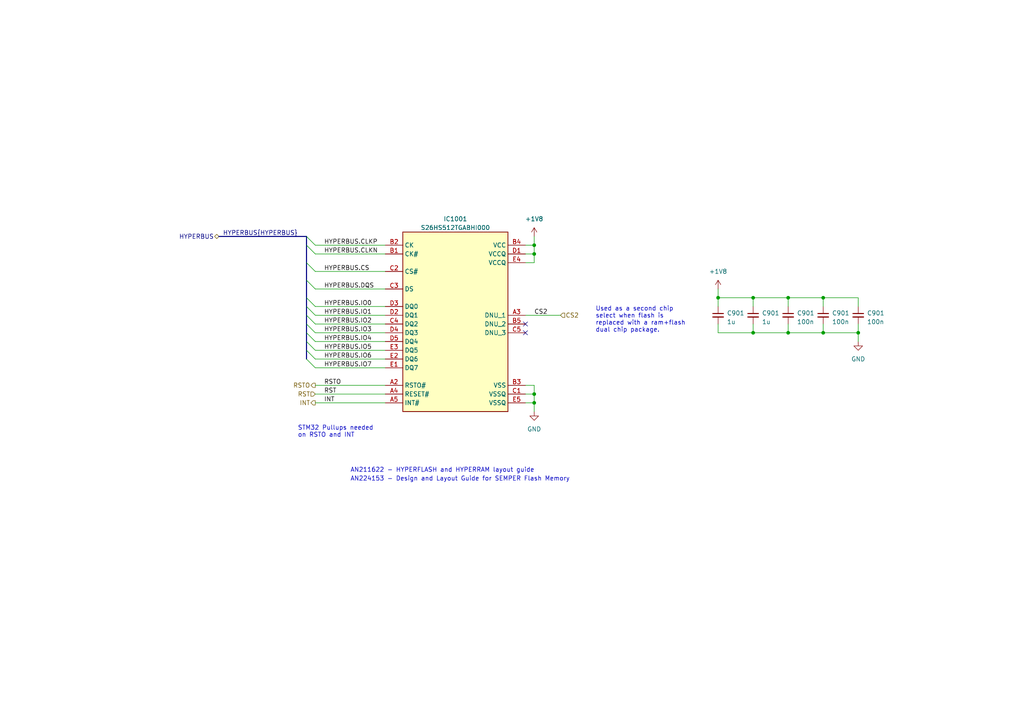
<source format=kicad_sch>
(kicad_sch (version 20230121) (generator eeschema)
  (paper "A4")
  (title_block (title "Watch Flash") (date "2023-12-21") (rev "1") (comment 1 "Checked by Ben Smith on 21/12/23"))
  (lib_symbols
    (symbol "Device:C_Small" (pin_numbers hide) (pin_names (offset 0.254) hide)
      (property "Reference" "C" (at 0.254 1.778 0))
      (property "Value" "C_Small" (at 0.254 -2.032 0))
      (symbol "C_Small_0_1"
        (polyline (pts (xy -1.524 -0.508) (xy 1.524 -0.508)) (stroke (width 0.3302)))
        (polyline (pts (xy -1.524 0.508) (xy 1.524 0.508)) (stroke (width 0.3048)))
      )
      (symbol "C_Small_1_1"
        (pin passive line (at 0 2.54 270) (length 2.032) (name "~") (number "1"))
        (pin passive line (at 0 -2.54 90) (length 2.032) (name "~") (number "2"))
      )
    )
    (symbol "S26HS512TGABHI000:S26HS512TGABHI000"
      (property "Reference" "IC" (at 0 31.75 0))
      (property "Value" "S26HS512TGABHI000" (at 0 29.21 0))
      (symbol "S26HS512TGABHI000_1_1"
        (rectangle (start -15.24 26.67) (end 15.24 -25.4) (stroke (width 0.254)) (fill (type background)))
        (pin passive line (at -20.32 -17.78 0) (length 5.08) (name "RSTO#") (number "A2"))
        (pin passive line (at 20.32 2.54 180) (length 5.08) (name "DNU_1") (number "A3"))
        (pin passive line (at -20.32 -20.32 0) (length 5.08) (name "RESET#") (number "A4"))
        (pin passive line (at -20.32 -22.86 0) (length 5.08) (name "INT#") (number "A5"))
        (pin passive line (at -20.32 20.32 0) (length 5.08) (name "CK#") (number "B1"))
        (pin passive line (at -20.32 22.86 0) (length 5.08) (name "CK") (number "B2"))
        (pin passive line (at 20.32 -17.78 180) (length 5.08) (name "VSS") (number "B3"))
        (pin passive line (at 20.32 22.86 180) (length 5.08) (name "VCC") (number "B4"))
        (pin passive line (at 20.32 0 180) (length 5.08) (name "DNU_2") (number "B5"))
        (pin passive line (at 20.32 -20.32 180) (length 5.08) (name "VSSQ") (number "C1"))
        (pin passive line (at -20.32 15.24 0) (length 5.08) (name "CS#") (number "C2"))
        (pin passive line (at -20.32 10.16 0) (length 5.08) (name "DS") (number "C3"))
        (pin passive line (at -20.32 0 0) (length 5.08) (name "DQ2") (number "C4"))
        (pin passive line (at 20.32 -2.54 180) (length 5.08) (name "DNU_3") (number "C5"))
        (pin passive line (at 20.32 20.32 180) (length 5.08) (name "VCCQ") (number "D1"))
        (pin passive line (at -20.32 2.54 0) (length 5.08) (name "DQ1") (number "D2"))
        (pin passive line (at -20.32 5.08 0) (length 5.08) (name "DQ0") (number "D3"))
        (pin passive line (at -20.32 -2.54 0) (length 5.08) (name "DQ3") (number "D4"))
        (pin passive line (at -20.32 -5.08 0) (length 5.08) (name "DQ4") (number "D5"))
        (pin passive line (at -20.32 -12.7 0) (length 5.08) (name "DQ7") (number "E1"))
        (pin passive line (at -20.32 -10.16 0) (length 5.08) (name "DQ6") (number "E2"))
        (pin passive line (at -20.32 -7.62 0) (length 5.08) (name "DQ5") (number "E3"))
        (pin passive line (at 20.32 17.78 180) (length 5.08) (name "VCCQ") (number "E4"))
        (pin passive line (at 20.32 -22.86 180) (length 5.08) (name "VSSQ") (number "E5"))
      )
    )
    (symbol "power:+1V8" (power) (pin_names (offset 0))
      (property "Value" "+1V8" (at 0 3.556 0))
      (symbol "+1V8_0_1"
        (polyline (pts (xy -0.762 1.27) (xy 0 2.54)))
        (polyline (pts (xy 0 0) (xy 0 2.54)))
        (polyline (pts (xy 0 2.54) (xy 0.762 1.27)))
      )
      (symbol "+1V8_1_1"
        (pin power_in line (at 0 0 90) (length 0) hide (name "+1V8") (number "1"))
      )
    )
    (symbol "power:GND" (power) (pin_names (offset 0))
      (property "Value" "GND" (at 0 -3.81 0))
      (symbol "GND_0_1"
        (polyline (pts (xy 0 0) (xy 0 -1.27) (xy 1.27 -1.27) (xy 0 -2.54) (xy -1.27 -1.27) (xy 0 -1.27)))
      )
      (symbol "GND_1_1"
        (pin power_in line (at 0 0 270) (length 0) hide (name "GND") (number "1"))
      )
    )
  )
  (junction (at 154.94 114.3))
  (junction (at 208.28 86.36))
  (junction (at 154.94 116.84))
  (junction (at 238.76 86.36))
  (junction (at 228.6 96.52))
  (junction (at 228.6 86.36))
  (junction (at 248.92 96.52))
  (junction (at 238.76 96.52))
  (junction (at 218.44 86.36))
  (junction (at 154.94 73.66))
  (junction (at 154.94 71.12))
  (junction (at 218.44 96.52))
  (no_connect (at 152.4 96.52))
  (no_connect (at 152.4 93.98))
  (bus_entry (at 88.9 71.12) (size 2.54 2.54))
  (bus_entry (at 88.9 86.36) (size 2.54 2.54))
  (bus_entry (at 88.9 81.28) (size 2.54 2.54))
  (bus_entry (at 88.9 99.06) (size 2.54 2.54))
  (bus_entry (at 88.9 91.44) (size 2.54 2.54))
  (bus_entry (at 88.9 88.9) (size 2.54 2.54))
  (bus_entry (at 88.9 76.2) (size 2.54 2.54))
  (bus_entry (at 88.9 104.14) (size 2.54 2.54))
  (bus_entry (at 88.9 93.98) (size 2.54 2.54))
  (bus_entry (at 88.9 68.58) (size 2.54 2.54))
  (bus_entry (at 88.9 96.52) (size 2.54 2.54))
  (bus_entry (at 88.9 101.6) (size 2.54 2.54))
  (wire (pts (xy 91.44 96.52) (xy 111.76 96.52)))
  (bus (pts (xy 88.9 81.28) (xy 88.9 86.36)))
  (wire (pts (xy 154.94 119.38) (xy 154.94 116.84)))
  (wire (pts (xy 111.76 78.74) (xy 91.44 78.74)))
  (wire (pts (xy 218.44 88.9) (xy 218.44 86.36)))
  (wire (pts (xy 208.28 83.82) (xy 208.28 86.36)))
  (bus (pts (xy 88.9 76.2) (xy 88.9 81.28)))
  (bus (pts (xy 88.9 86.36) (xy 88.9 88.9)))
  (wire (pts (xy 218.44 96.52) (xy 228.6 96.52)))
  (bus (pts (xy 88.9 88.9) (xy 88.9 91.44)))
  (wire (pts (xy 208.28 88.9) (xy 208.28 86.36)))
  (wire (pts (xy 248.92 93.98) (xy 248.92 96.52)))
  (bus (pts (xy 88.9 99.06) (xy 88.9 101.6)))
  (wire (pts (xy 238.76 96.52) (xy 248.92 96.52)))
  (wire (pts (xy 218.44 86.36) (xy 228.6 86.36)))
  (wire (pts (xy 111.76 91.44) (xy 91.44 91.44)))
  (wire (pts (xy 238.76 93.98) (xy 238.76 96.52)))
  (wire (pts (xy 91.44 88.9) (xy 111.76 88.9)))
  (wire (pts (xy 154.94 76.2) (xy 154.94 73.66)))
  (wire (pts (xy 111.76 73.66) (xy 91.44 73.66)))
  (wire (pts (xy 238.76 86.36) (xy 248.92 86.36)))
  (bus (pts (xy 88.9 68.58) (xy 88.9 71.12)))
  (wire (pts (xy 111.76 104.14) (xy 91.44 104.14)))
  (wire (pts (xy 111.76 93.98) (xy 91.44 93.98)))
  (wire (pts (xy 248.92 99.06) (xy 248.92 96.52)))
  (bus (pts (xy 88.9 93.98) (xy 88.9 96.52)))
  (wire (pts (xy 248.92 88.9) (xy 248.92 86.36)))
  (wire (pts (xy 154.94 73.66) (xy 152.4 73.66)))
  (wire (pts (xy 154.94 68.58) (xy 154.94 71.12)))
  (bus (pts (xy 88.9 71.12) (xy 88.9 76.2)))
  (wire (pts (xy 154.94 111.76) (xy 152.4 111.76)))
  (wire (pts (xy 111.76 99.06) (xy 91.44 99.06)))
  (wire (pts (xy 154.94 71.12) (xy 152.4 71.12)))
  (wire (pts (xy 111.76 106.68) (xy 91.44 106.68)))
  (wire (pts (xy 208.28 96.52) (xy 208.28 93.98)))
  (wire (pts (xy 228.6 88.9) (xy 228.6 86.36)))
  (wire (pts (xy 154.94 114.3) (xy 152.4 114.3)))
  (wire (pts (xy 238.76 86.36) (xy 238.76 88.9)))
  (bus (pts (xy 88.9 68.58) (xy 63.5 68.58)))
  (wire (pts (xy 154.94 116.84) (xy 152.4 116.84)))
  (wire (pts (xy 154.94 114.3) (xy 154.94 111.76)))
  (wire (pts (xy 111.76 101.6) (xy 91.44 101.6)))
  (wire (pts (xy 111.76 83.82) (xy 91.44 83.82)))
  (wire (pts (xy 228.6 96.52) (xy 228.6 93.98)))
  (wire (pts (xy 218.44 93.98) (xy 218.44 96.52)))
  (bus (pts (xy 88.9 96.52) (xy 88.9 99.06)))
  (bus (pts (xy 88.9 101.6) (xy 88.9 104.14)))
  (wire (pts (xy 91.44 111.76) (xy 111.76 111.76)))
  (wire (pts (xy 154.94 73.66) (xy 154.94 71.12)))
  (bus (pts (xy 88.9 91.44) (xy 88.9 93.98)))
  (wire (pts (xy 154.94 76.2) (xy 152.4 76.2)))
  (wire (pts (xy 91.44 71.12) (xy 111.76 71.12)))
  (wire (pts (xy 152.4 91.44) (xy 162.56 91.44)))
  (wire (pts (xy 228.6 86.36) (xy 238.76 86.36)))
  (wire (pts (xy 228.6 96.52) (xy 238.76 96.52)))
  (wire (pts (xy 218.44 96.52) (xy 208.28 96.52)))
  (wire (pts (xy 91.44 114.3) (xy 111.76 114.3)))
  (wire (pts (xy 218.44 86.36) (xy 208.28 86.36)))
  (wire (pts (xy 91.44 116.84) (xy 111.76 116.84)))
  (wire (pts (xy 154.94 116.84) (xy 154.94 114.3)))
  (text "STM32 Pullups needed\non RSTO and INT" (at 86.36 127 0) (effects (font (size 1.27 1.27)) (justify left bottom)))
  (text "AN224153 - Design and Layout Guide for SEMPER Flash Memory" (at 101.6 139.7 0) (effects (font (size 1.27 1.27)) (justify left bottom)))
  (text "Used as a second chip\nselect when flash is\nreplaced with a ram+flash\ndual chip package." (at 172.72 96.52 0) (effects (font (size 1.27 1.27)) (justify left bottom)))
  (text "AN211622 - HYPERFLASH and HYPERRAM layout guide" (at 101.6 137.16 0) (effects (font (size 1.27 1.27)) (justify left bottom)))
  (label "HYPERBUS{HYPERBUS}" (at 86.36 68.58 180))
  (label "HYPERBUS.CLKN" (at 93.98 73.66 0))
  (label "HYPERBUS.IO1" (at 93.98 91.44 0))
  (label "HYPERBUS.CLKP" (at 93.98 71.12 0))
  (label "INT" (at 93.98 116.84 0))
  (label "HYPERBUS.IO2" (at 93.98 93.98 0))
  (label "CS2" (at 154.94 91.44 0))
  (label "HYPERBUS.IO6" (at 93.98 104.14 0))
  (label "HYPERBUS.DQS" (at 93.98 83.82 0))
  (label "HYPERBUS.IO5" (at 93.98 101.6 0))
  (label "HYPERBUS.CS" (at 93.98 78.74 0))
  (label "HYPERBUS.IO3" (at 93.98 96.52 0))
  (label "HYPERBUS.IO0" (at 93.98 88.9 0))
  (label "RSTO" (at 93.98 111.76 0))
  (label "HYPERBUS.IO7" (at 93.98 106.68 0))
  (label "HYPERBUS.IO4" (at 93.98 99.06 0))
  (label "RST" (at 93.98 114.3 0))
  (hierarchical_label "RSTO" (shape output) (at 91.44 111.76 180))
  (hierarchical_label "HYPERBUS" (shape bidirectional) (at 63.5 68.58 180) (property "DSI" "DSI" (effects hide)))
  (hierarchical_label "CS2" (shape input) (at 162.56 91.44 0))
  (hierarchical_label "RST" (shape input) (at 91.44 114.3 180))
  (hierarchical_label "INT" (shape output) (at 91.44 116.84 180))
  (symbol (lib_id "power:GND") (at 154.94 119.38 0) (unit 1)
    (property "Reference" "#PWR01002" (effects hide))
    (property "Value" "GND" (at 154.94 124.46 0))
  )
  (symbol (lib_id "Device:C_Small") (at 208.28 91.44 0) (unit 1)
    (property "Reference" "C901" (at 210.82 90.8113 0) (effects (justify left)))
    (property "Value" "1u" (at 210.82 93.3513 0) (effects (justify left)))
    (property "Footprint" "Capacitor_SMD:C_0402_1005Metric" (effects hide))
    (instances (project "watch_main" (path "" (reference "C901") (unit 1)) (path "" (reference "C1001") (unit 1))))
  )
  (symbol (lib_id "Device:C_Small") (at 248.92 91.44 0) (unit 1)
    (property "Reference" "C901" (at 251.46 90.8113 0) (effects (justify left)))
    (property "Value" "100n" (at 251.46 93.3513 0) (effects (justify left)))
    (property "Footprint" "Capacitor_SMD:C_0402_1005Metric" (effects hide))
    (instances (project "watch_main" (path "" (reference "C901") (unit 1)) (path "" (reference "C1005") (unit 1))))
  )
  (symbol (lib_id "power:+1V8") (at 154.94 68.58 0) (unit 1)
    (property "Reference" "#PWR01001" (effects hide))
    (property "Value" "+1V8" (at 154.94 63.5 0))
  )
  (symbol (lib_id "Device:C_Small") (at 228.6 91.44 0) (unit 1)
    (property "Reference" "C901" (at 231.14 90.8113 0) (effects (justify left)))
    (property "Value" "100n" (at 231.14 93.3513 0) (effects (justify left)))
    (property "Footprint" "Capacitor_SMD:C_0402_1005Metric" (effects hide))
    (instances (project "watch_main" (path "" (reference "C901") (unit 1)) (path "" (reference "C1003") (unit 1))))
  )
  (symbol (lib_id "Device:C_Small") (at 238.76 91.44 0) (unit 1)
    (property "Reference" "C901" (at 241.3 90.8113 0) (effects (justify left)))
    (property "Value" "100n" (at 241.3 93.3513 0) (effects (justify left)))
    (property "Footprint" "Capacitor_SMD:C_0402_1005Metric" (effects hide))
    (instances (project "watch_main" (path "" (reference "C901") (unit 1)) (path "" (reference "C1004") (unit 1))))
  )
  (symbol (lib_id "power:GND") (at 248.92 99.06 0) (unit 1)
    (property "Reference" "#PWR01004" (effects hide))
    (property "Value" "GND" (at 248.92 104.14 0))
  )
  (symbol (lib_id "power:+1V8") (at 208.28 83.82 0) (unit 1)
    (property "Reference" "#PWR01003" (effects hide))
    (property "Value" "+1V8" (at 208.28 78.74 0))
  )
  (symbol (lib_id "S26HS512TGABHI000:S26HS512TGABHI000") (at 132.08 93.98 0) (unit 1)
    (property "Reference" "IC1001" (at 132.08 63.5 0))
    (property "Value" "S26HS512TGABHI000" (at 132.08 66.04 0))
    (property "Footprint" "watch_footprints:BGA24C100P5X5_600X800X100" (effects hide))
    (property "Datasheet" "https://www.mouser.co.uk/datasheet/2/196/Infineon_S26HS256T_S26HS512T_S26HS01GT_S26HL256T_S-3363909.pdf" (effects hide))
    (property "Height" "1" (effects hide))
    (property "Mouser Part Number" "727-S26HS512TGABHI00" (effects hide))
    (property "Manufacturer_Name" "Infineon" (effects hide))
  )
  (symbol (lib_id "Device:C_Small") (at 218.44 91.44 0) (unit 1)
    (property "Reference" "C901" (at 220.98 90.8113 0) (effects (justify left)))
    (property "Value" "1u" (at 220.98 93.3513 0) (effects (justify left)))
    (property "Footprint" "Capacitor_SMD:C_0402_1005Metric" (effects hide))
    (instances (project "watch_main" (path "" (reference "C901") (unit 1)) (path "" (reference "C1002") (unit 1))))
  )
)
</source>
